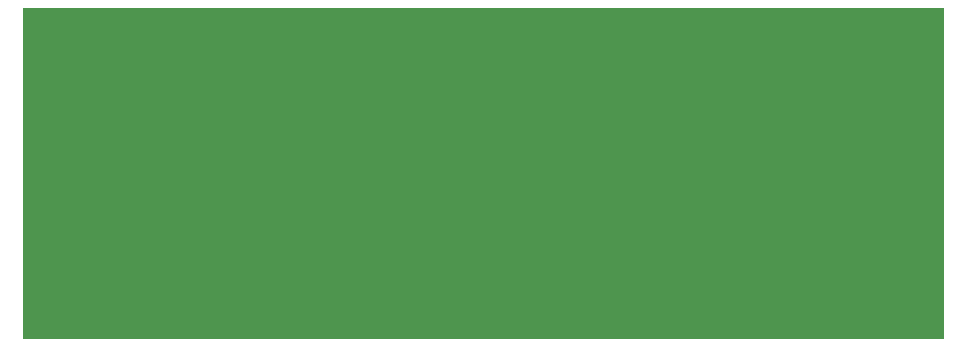
<source format=gbr>
G04 #@! TF.GenerationSoftware,KiCad,Pcbnew,7.0.0*
G04 #@! TF.CreationDate,2025-06-20T15:30:00-07:00*
G04 #@! TF.ProjectId,ac-sensor,61632d73-656e-4736-9f72-2e6b696361,v1.2*
G04 #@! TF.SameCoordinates,Original*
G04 #@! TF.FileFunction,Copper,L2,Bot*
G04 #@! TF.FilePolarity,Positive*
%FSLAX36Y36*%
%MOMM*%
%TA.AperFunction,Conductor*%
%ADD10C,0.200000*%
%ADD11C,0.300000*%
%ADD12C,0.800000*%
G04 Bottom layer - Ground plane*
G04 AC-Sensor PCB v1.2*
G04 Ground plane pour*
G36*
X1000000Y1000000D02*
X79000000Y1000000D01*
X79000000Y29000000D01*
X1000000Y29000000D01*
X1000000Y1000000D01*
G37*
G04 Via connections*
X40000000Y15000000D03*
X50000000Y15000000D03*
X30000000Y15000000D03*
M02*
</source>
